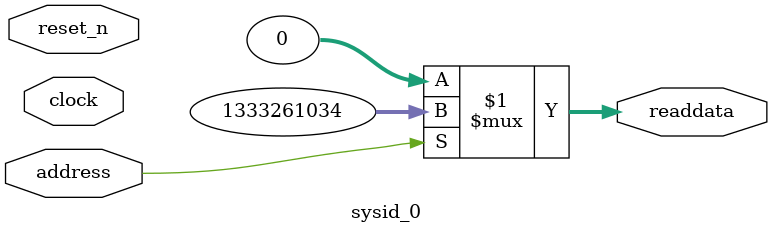
<source format=v>

`timescale 1ns / 1ps
// synthesis translate_on

// turn off superfluous verilog processor warnings 
// altera message_level Level1 
// altera message_off 10034 10035 10036 10037 10230 10240 10030 

module sysid_0 (
                 // inputs:
                  address,
                  clock,
                  reset_n,

                 // outputs:
                  readdata
               )
;

  output  [ 31: 0] readdata;
  input            address;
  input            clock;
  input            reset_n;

  wire    [ 31: 0] readdata;
  //control_slave, which is an e_avalon_slave
  assign readdata = address ? 1333261034 : 0;

endmodule


</source>
